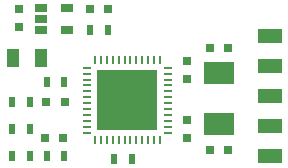
<source format=gtp>
G04 #@! TF.FileFunction,Paste,Top*
%FSLAX46Y46*%
G04 Gerber Fmt 4.6, Leading zero omitted, Abs format (unit mm)*
G04 Created by KiCad (PCBNEW 4.0.2-stable) date 6/30/2017 10:51:31 AM*
%MOMM*%
G01*
G04 APERTURE LIST*
%ADD10C,0.150000*%
%ADD11R,0.750000X0.800000*%
%ADD12R,0.800000X0.750000*%
%ADD13R,0.800000X0.800000*%
%ADD14R,1.050000X1.600000*%
%ADD15R,2.000000X1.200000*%
%ADD16R,0.500000X0.900000*%
%ADD17R,1.060000X0.650000*%
%ADD18R,2.600000X1.900000*%
%ADD19R,0.700000X0.250000*%
%ADD20R,0.250000X0.700000*%
%ADD21R,5.100000X5.100000*%
G04 APERTURE END LIST*
D10*
D11*
X189738000Y-127393000D03*
X189738000Y-128893000D03*
D12*
X195719000Y-127381000D03*
X197219000Y-127381000D03*
X205879000Y-139319000D03*
X207379000Y-139319000D03*
X205879000Y-130683000D03*
X207379000Y-130683000D03*
D11*
X203962000Y-131838000D03*
X203962000Y-133338000D03*
X203962000Y-136791000D03*
X203962000Y-138291000D03*
D13*
X191859000Y-138303000D03*
X193459000Y-138303000D03*
X193586000Y-135255000D03*
X191986000Y-135255000D03*
D14*
X189198000Y-131572000D03*
X191548000Y-131572000D03*
D15*
X210947000Y-129675000D03*
X210947000Y-132215000D03*
X210947000Y-134755000D03*
X210947000Y-137295000D03*
X210947000Y-139835000D03*
D16*
X193536000Y-133604000D03*
X192036000Y-133604000D03*
X192036000Y-139827000D03*
X193536000Y-139827000D03*
X199251000Y-140081000D03*
X197751000Y-140081000D03*
X197219000Y-129159000D03*
X195719000Y-129159000D03*
X190615000Y-137541000D03*
X189115000Y-137541000D03*
X190615000Y-135255000D03*
X189115000Y-135255000D03*
X190615000Y-139827000D03*
X189115000Y-139827000D03*
D17*
X191559000Y-127320000D03*
X191559000Y-128270000D03*
X191559000Y-129220000D03*
X193759000Y-129220000D03*
X193759000Y-127320000D03*
D18*
X206629000Y-132851000D03*
X206629000Y-137151000D03*
D19*
X202282000Y-137878000D03*
X202282000Y-137378000D03*
X202282000Y-136878000D03*
X202282000Y-136378000D03*
X202282000Y-135878000D03*
X202282000Y-135378000D03*
X202282000Y-134878000D03*
X202282000Y-134378000D03*
X202282000Y-133878000D03*
X202282000Y-133378000D03*
X202282000Y-132878000D03*
X202282000Y-132378000D03*
D20*
X201632000Y-131728000D03*
X201132000Y-131728000D03*
X200632000Y-131728000D03*
X200132000Y-131728000D03*
X199632000Y-131728000D03*
X199132000Y-131728000D03*
X198632000Y-131728000D03*
X198132000Y-131728000D03*
X197632000Y-131728000D03*
X197132000Y-131728000D03*
X196632000Y-131728000D03*
X196132000Y-131728000D03*
D19*
X195482000Y-132378000D03*
X195482000Y-132878000D03*
X195482000Y-133378000D03*
X195482000Y-133878000D03*
X195482000Y-134378000D03*
X195482000Y-134878000D03*
X195482000Y-135378000D03*
X195482000Y-135878000D03*
X195482000Y-136378000D03*
X195482000Y-136878000D03*
X195482000Y-137378000D03*
X195482000Y-137878000D03*
D20*
X196132000Y-138528000D03*
X196632000Y-138528000D03*
X197132000Y-138528000D03*
X197632000Y-138528000D03*
X198132000Y-138528000D03*
X198632000Y-138528000D03*
X199132000Y-138528000D03*
X199632000Y-138528000D03*
X200132000Y-138528000D03*
X200632000Y-138528000D03*
X201132000Y-138528000D03*
X201632000Y-138528000D03*
D21*
X198882000Y-135128000D03*
M02*

</source>
